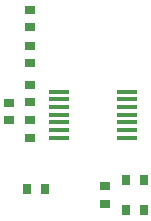
<source format=gbp>
G04*
G04 #@! TF.GenerationSoftware,Altium Limited,Altium Designer,18.0.7 (293)*
G04*
G04 Layer_Color=128*
%FSLAX25Y25*%
%MOIN*%
G70*
G01*
G75*
%ADD15R,0.02756X0.03543*%
%ADD16R,0.03543X0.02756*%
%ADD34R,0.07087X0.01575*%
%ADD35O,0.07087X0.01575*%
D15*
X70157Y37110D02*
D03*
X76063D02*
D03*
X76063Y27110D02*
D03*
X70157D02*
D03*
X37157Y34110D02*
D03*
X43063D02*
D03*
D16*
X63110Y35110D02*
D03*
Y29205D02*
D03*
X38110Y69016D02*
D03*
Y63110D02*
D03*
Y51252D02*
D03*
Y57157D02*
D03*
X38110Y88157D02*
D03*
Y94063D02*
D03*
X31110Y57157D02*
D03*
Y63063D02*
D03*
X38110Y76157D02*
D03*
Y82063D02*
D03*
D34*
X70472Y66732D02*
D03*
D35*
Y64173D02*
D03*
Y61614D02*
D03*
Y59055D02*
D03*
Y56496D02*
D03*
Y53937D02*
D03*
Y51378D02*
D03*
X47638Y66732D02*
D03*
Y64173D02*
D03*
Y61614D02*
D03*
Y59055D02*
D03*
Y56496D02*
D03*
Y53937D02*
D03*
Y51378D02*
D03*
M02*

</source>
